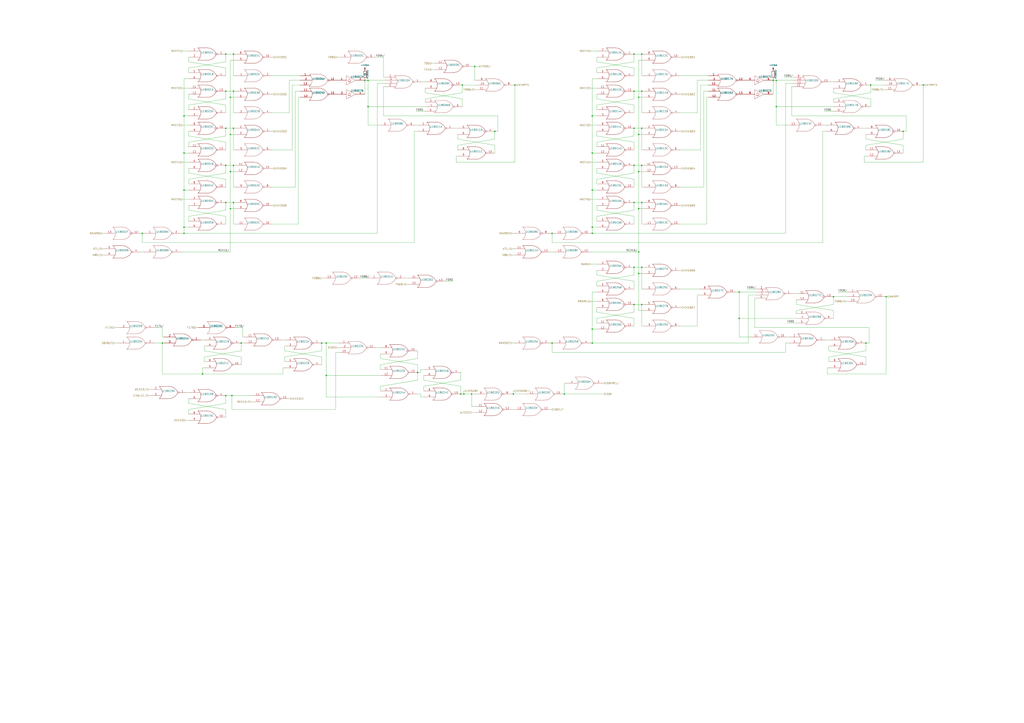
<source format=kicad_sch>
(kicad_sch (version 20211123) (generator eeschema)
  (paper "A1")
  (junction (at 758.19 69.85))
  (junction (at 527.05 74.93))
  (junction (at 116.84 191.77))
  (junction (at 520.7 74.93))
  (junction (at 527.05 250.19))
  (junction (at 486.41 156.21))
  (junction (at 607.06 240.03))
  (junction (at 299.72 66.04))
  (junction (at 524.51 140.97))
  (junction (at 453.39 191.77))
  (junction (at 389.89 54.61))
  (junction (at 151.13 191.77))
  (junction (at 133.35 281.94))
  (junction (at 189.23 80.01))
  (junction (at 486.41 125.73))
  (junction (at 527.05 166.37))
  (junction (at 264.16 281.94))
  (junction (at 381 323.85))
  (junction (at 520.7 250.19))
  (junction (at 524.51 224.79))
  (junction (at 527.05 219.71))
  (junction (at 486.41 281.94))
  (junction (at 635 66.04))
  (junction (at 486.41 95.25))
  (junction (at 387.35 323.85))
  (junction (at 191.77 135.89))
  (junction (at 524.51 171.45))
  (junction (at 342.9 306.07))
  (junction (at 191.77 44.45))
  (junction (at 185.42 74.93))
  (junction (at 637.54 87.63))
  (junction (at 185.42 325.12))
  (junction (at 520.7 166.37))
  (junction (at 151.13 156.21))
  (junction (at 267.97 308.61))
  (junction (at 302.26 66.04))
  (junction (at 463.55 323.85))
  (junction (at 191.77 105.41))
  (junction (at 727.71 243.84))
  (junction (at 185.42 166.37))
  (junction (at 191.77 166.37))
  (junction (at 189.23 110.49))
  (junction (at 379.73 69.85))
  (junction (at 189.23 140.97))
  (junction (at 422.91 69.85))
  (junction (at 406.4 107.95))
  (junction (at 684.53 243.84))
  (junction (at 527.05 105.41))
  (junction (at 520.7 44.45))
  (junction (at 189.23 171.45))
  (junction (at 524.51 80.01))
  (junction (at 190.5 325.12))
  (junction (at 637.54 66.04))
  (junction (at 421.64 323.85))
  (junction (at 166.37 307.34))
  (junction (at 711.2 281.94))
  (junction (at 185.42 105.41))
  (junction (at 151.13 186.69))
  (junction (at 527.05 135.89))
  (junction (at 486.41 270.51))
  (junction (at 378.46 323.85))
  (junction (at 607.06 261.62))
  (junction (at 524.51 207.01))
  (junction (at 185.42 135.89))
  (junction (at 302.26 87.63))
  (junction (at 486.41 186.69))
  (junction (at 185.42 44.45))
  (junction (at 741.68 107.95))
  (junction (at 527.05 44.45))
  (junction (at 486.41 191.77))
  (junction (at 524.51 110.49))
  (junction (at 151.13 95.25))
  (junction (at 520.7 219.71))
  (junction (at 453.39 281.94))
  (junction (at 198.12 281.94))
  (junction (at 151.13 125.73))
  (junction (at 191.77 74.93))
  (junction (at 715.01 69.85))
  (junction (at 520.7 135.89))
  (junction (at 267.97 281.94))
  (junction (at 520.7 105.41))
  (wire (pts (xy 490.22 50.8) (xy 490.22 46.99)))
  (wire (pts (xy 453.39 336.55) (xy 452.12 336.55)))
  (wire (pts (xy 166.37 307.34) (xy 232.41 307.34)))
  (wire (pts (xy 462.28 323.85) (xy 463.55 323.85)))
  (wire (pts (xy 314.96 63.5) (xy 314.96 46.99)))
  (wire (pts (xy 520.7 44.45) (xy 520.7 50.8)))
  (wire (pts (xy 420.37 209.55) (xy 421.64 209.55)))
  (wire (pts (xy 191.77 105.41) (xy 191.77 123.19)))
  (wire (pts (xy 572.77 92.71) (xy 572.77 66.04)))
  (wire (pts (xy 560.07 252.73) (xy 558.8 252.73)))
  (wire (pts (xy 199.39 269.24) (xy 199.39 276.86)))
  (wire (pts (xy 486.41 191.77) (xy 645.16 191.77)))
  (wire (pts (xy 485.14 41.91) (xy 490.22 41.91)))
  (wire (pts (xy 191.77 92.71) (xy 193.04 92.71)))
  (wire (pts (xy 149.86 41.91) (xy 154.94 41.91)))
  (wire (pts (xy 154.94 336.55) (xy 154.94 340.36)))
  (wire (pts (xy 223.52 153.67) (xy 242.57 153.67)))
  (wire (pts (xy 223.52 62.23) (xy 246.38 62.23)))
  (wire (pts (xy 354.33 57.15) (xy 356.87 57.15)))
  (wire (pts (xy 486.41 156.21) (xy 490.22 156.21)))
  (wire (pts (xy 604.52 240.03) (xy 607.06 240.03)))
  (wire (pts (xy 490.22 116.84) (xy 490.22 120.65)))
  (wire (pts (xy 524.51 140.97) (xy 528.32 140.97)))
  (wire (pts (xy 154.94 177.8) (xy 154.94 181.61)))
  (wire (pts (xy 485.14 72.39) (xy 490.22 72.39)))
  (wire (pts (xy 264.16 288.29) (xy 264.16 281.94)))
  (wire (pts (xy 378.46 312.42) (xy 378.46 306.07)))
  (wire (pts (xy 185.42 105.41) (xy 191.77 105.41)))
  (wire (pts (xy 347.98 317.5) (xy 347.98 321.31)))
  (wire (pts (xy 406.4 107.95) (xy 408.94 107.95)))
  (wire (pts (xy 420.37 204.47) (xy 421.64 204.47)))
  (wire (pts (xy 133.35 269.24) (xy 133.35 276.86)))
  (wire (pts (xy 614.68 281.94) (xy 614.68 242.57)))
  (wire (pts (xy 148.59 191.77) (xy 151.13 191.77)))
  (wire (pts (xy 452.12 207.01) (xy 454.66 207.01)))
  (wire (pts (xy 185.42 331.47) (xy 154.94 336.55)))
  (wire (pts (xy 151.13 186.69) (xy 154.94 186.69)))
  (wire (pts (xy 151.13 95.25) (xy 154.94 95.25)))
  (wire (pts (xy 560.07 107.95) (xy 558.8 107.95)))
  (wire (pts (xy 635 66.04) (xy 635 77.47)))
  (wire (pts (xy 524.51 207.01) (xy 485.14 207.01)))
  (wire (pts (xy 486.41 186.69) (xy 486.41 191.77)))
  (wire (pts (xy 520.7 267.97) (xy 520.7 261.62)))
  (wire (pts (xy 486.41 64.77) (xy 486.41 95.25)))
  (wire (pts (xy 408.94 107.95) (xy 408.94 95.25)))
  (wire (pts (xy 675.64 199.39) (xy 675.64 107.95)))
  (wire (pts (xy 185.42 336.55) (xy 154.94 331.47)))
  (wire (pts (xy 267.97 281.94) (xy 278.13 281.94)))
  (wire (pts (xy 154.94 345.44) (xy 152.4 345.44)))
  (wire (pts (xy 485.14 133.35) (xy 490.22 133.35)))
  (wire (pts (xy 167.64 293.37) (xy 167.64 297.18)))
  (wire (pts (xy 191.77 153.67) (xy 193.04 153.67)))
  (wire (pts (xy 577.85 74.93) (xy 581.66 74.93)))
  (wire (pts (xy 619.76 269.24) (xy 619.76 245.11)))
  (wire (pts (xy 381 323.85) (xy 381 321.31)))
  (wire (pts (xy 520.7 231.14) (xy 490.22 226.06)))
  (wire (pts (xy 190.5 336.55) (xy 275.59 336.55)))
  (wire (pts (xy 387.35 323.85) (xy 387.35 334.01)))
  (wire (pts (xy 711.2 281.94) (xy 711.2 288.29)))
  (wire (pts (xy 560.07 222.25) (xy 558.8 222.25)))
  (wire (pts (xy 378.46 317.5) (xy 347.98 312.42)))
  (wire (pts (xy 185.42 81.28) (xy 154.94 86.36)))
  (wire (pts (xy 185.42 177.8) (xy 154.94 172.72)))
  (wire (pts (xy 189.23 207.01) (xy 148.59 207.01)))
  (wire (pts (xy 527.05 62.23) (xy 528.32 62.23)))
  (wire (pts (xy 684.53 243.84) (xy 684.53 250.19)))
  (wire (pts (xy 191.77 74.93) (xy 193.04 74.93)))
  (wire (pts (xy 715.01 81.28) (xy 715.01 87.63)))
  (wire (pts (xy 349.25 72.39) (xy 349.25 76.2)))
  (wire (pts (xy 374.65 133.35) (xy 374.65 128.27)))
  (wire (pts (xy 490.22 240.03) (xy 486.41 240.03)))
  (wire (pts (xy 646.43 276.86) (xy 647.7 276.86)))
  (wire (pts (xy 312.42 299.72) (xy 312.42 303.53)))
  (wire (pts (xy 520.7 81.28) (xy 490.22 86.36)))
  (wire (pts (xy 619.76 245.11) (xy 621.03 245.11)))
  (wire (pts (xy 524.51 140.97) (xy 524.51 171.45)))
  (wire (pts (xy 189.23 171.45) (xy 189.23 207.01)))
  (wire (pts (xy 684.53 255.27) (xy 684.53 261.62)))
  (wire (pts (xy 718.82 66.04) (xy 726.44 66.04)))
  (wire (pts (xy 711.2 293.37) (xy 680.72 288.29)))
  (wire (pts (xy 224.79 168.91) (xy 223.52 168.91)))
  (wire (pts (xy 379.73 69.85) (xy 379.73 76.2)))
  (wire (pts (xy 316.23 63.5) (xy 314.96 63.5)))
  (wire (pts (xy 679.45 302.26) (xy 680.72 302.26)))
  (wire (pts (xy 167.64 288.29) (xy 167.64 284.48)))
  (wire (pts (xy 607.06 261.62) (xy 607.06 276.86)))
  (wire (pts (xy 149.86 72.39) (xy 154.94 72.39)))
  (wire (pts (xy 645.16 289.56) (xy 645.16 281.94)))
  (wire (pts (xy 302.26 87.63) (xy 349.25 87.63)))
  (wire (pts (xy 684.53 67.31) (xy 681.99 67.31)))
  (wire (pts (xy 577.85 153.67) (xy 577.85 74.93)))
  (wire (pts (xy 520.7 105.41) (xy 520.7 111.76)))
  (wire (pts (xy 191.77 74.93) (xy 191.77 92.71)))
  (wire (pts (xy 650.24 95.25) (xy 650.24 71.12)))
  (wire (pts (xy 524.51 110.49) (xy 524.51 140.97)))
  (wire (pts (xy 727.71 307.34) (xy 679.45 307.34)))
  (wire (pts (xy 185.42 74.93) (xy 191.77 74.93)))
  (wire (pts (xy 421.64 69.85) (xy 422.91 69.85)))
  (wire (pts (xy 189.23 140.97) (xy 193.04 140.97)))
  (wire (pts (xy 115.57 191.77) (xy 116.84 191.77)))
  (wire (pts (xy 453.39 191.77) (xy 453.39 199.39)))
  (wire (pts (xy 349.25 67.31) (xy 346.71 67.31)))
  (wire (pts (xy 524.51 49.53) (xy 524.51 80.01)))
  (wire (pts (xy 485.14 102.87) (xy 490.22 102.87)))
  (wire (pts (xy 185.42 44.45) (xy 185.42 50.8)))
  (wire (pts (xy 379.73 81.28) (xy 379.73 87.63)))
  (wire (pts (xy 240.03 69.85) (xy 246.38 69.85)))
  (wire (pts (xy 342.9 306.07) (xy 342.9 312.42)))
  (wire (pts (xy 520.7 250.19) (xy 520.7 256.54)))
  (wire (pts (xy 133.35 281.94) (xy 134.62 281.94)))
  (wire (pts (xy 463.55 323.85) (xy 496.57 323.85)))
  (wire (pts (xy 575.31 69.85) (xy 581.66 69.85)))
  (wire (pts (xy 558.8 92.71) (xy 572.77 92.71)))
  (wire (pts (xy 580.39 80.01) (xy 581.66 80.01)))
  (wire (pts (xy 278.13 46.99) (xy 276.86 46.99)))
  (wire (pts (xy 153.67 322.58) (xy 154.94 322.58)))
  (wire (pts (xy 191.77 135.89) (xy 193.04 135.89)))
  (wire (pts (xy 741.68 107.95) (xy 744.22 107.95)))
  (wire (pts (xy 275.59 336.55) (xy 275.59 289.56)))
  (wire (pts (xy 151.13 186.69) (xy 151.13 191.77)))
  (wire (pts (xy 520.7 177.8) (xy 490.22 172.72)))
  (wire (pts (xy 387.35 54.61) (xy 389.89 54.61)))
  (wire (pts (xy 406.4 107.95) (xy 406.4 114.3)))
  (wire (pts (xy 713.74 281.94) (xy 713.74 269.24)))
  (wire (pts (xy 453.39 199.39) (xy 675.64 199.39)))
  (wire (pts (xy 527.05 105.41) (xy 527.05 123.19)))
  (wire (pts (xy 713.74 269.24) (xy 619.76 269.24)))
  (wire (pts (xy 520.7 92.71) (xy 520.7 86.36)))
  (wire (pts (xy 520.7 166.37) (xy 520.7 172.72)))
  (wire (pts (xy 309.88 191.77) (xy 309.88 68.58)))
  (wire (pts (xy 495.3 314.96) (xy 496.57 314.96)))
  (wire (pts (xy 354.33 52.07) (xy 356.87 52.07)))
  (wire (pts (xy 198.12 299.72) (xy 198.12 293.37)))
  (wire (pts (xy 189.23 171.45) (xy 193.04 171.45)))
  (wire (pts (xy 527.05 219.71) (xy 527.05 237.49)))
  (wire (pts (xy 231.14 279.4) (xy 233.68 279.4)))
  (wire (pts (xy 191.77 62.23) (xy 193.04 62.23)))
  (wire (pts (xy 527.05 123.19) (xy 528.32 123.19)))
  (wire (pts (xy 527.05 105.41) (xy 528.32 105.41)))
  (wire (pts (xy 490.22 256.54) (xy 490.22 252.73)))
  (wire (pts (xy 453.39 191.77) (xy 454.66 191.77)))
  (wire (pts (xy 154.94 116.84) (xy 154.94 120.65)))
  (wire (pts (xy 520.7 116.84) (xy 490.22 111.76)))
  (wire (pts (xy 645.16 68.58) (xy 651.51 68.58)))
  (wire (pts (xy 199.39 276.86) (xy 200.66 276.86)))
  (wire (pts (xy 185.42 166.37) (xy 185.42 172.72)))
  (wire (pts (xy 485.14 247.65) (xy 490.22 247.65)))
  (wire (pts (xy 741.68 125.73) (xy 741.68 119.38)))
  (wire (pts (xy 345.44 323.85) (xy 345.44 326.39)))
  (wire (pts (xy 189.23 80.01) (xy 193.04 80.01)))
  (wire (pts (xy 490.22 86.36) (xy 490.22 90.17)))
  (wire (pts (xy 607.06 261.62) (xy 654.05 261.62)))
  (wire (pts (xy 224.79 77.47) (xy 223.52 77.47)))
  (wire (pts (xy 223.52 184.15) (xy 245.11 184.15)))
  (wire (pts (xy 684.53 250.19) (xy 654.05 255.27)))
  (wire (pts (xy 527.05 135.89) (xy 528.32 135.89)))
  (wire (pts (xy 191.77 44.45) (xy 191.77 62.23)))
  (wire (pts (xy 374.65 128.27) (xy 375.92 128.27)))
  (wire (pts (xy 520.7 105.41) (xy 527.05 105.41)))
  (wire (pts (xy 527.05 250.19) (xy 528.32 250.19)))
  (wire (pts (xy 715.01 69.85) (xy 715.01 76.2)))
  (wire (pts (xy 575.31 123.19) (xy 575.31 69.85)))
  (wire (pts (xy 166.37 307.34) (xy 166.37 302.26)))
  (wire (pts (xy 264.16 288.29) (xy 233.68 293.37)))
  (wire (pts (xy 189.23 110.49) (xy 193.04 110.49)))
  (wire (pts (xy 185.42 172.72) (xy 154.94 177.8)))
  (wire (pts (xy 485.14 191.77) (xy 486.41 191.77)))
  (wire (pts (xy 486.41 186.69) (xy 490.22 186.69)))
  (wire (pts (xy 185.42 92.71) (xy 185.42 86.36)))
  (wire (pts (xy 572.77 267.97) (xy 572.77 242.57)))
  (wire (pts (xy 302.26 102.87) (xy 311.15 102.87)))
  (wire (pts (xy 340.36 199.39) (xy 340.36 107.95)))
  (wire (pts (xy 345.44 326.39) (xy 347.98 326.39)))
  (wire (pts (xy 421.64 321.31) (xy 422.91 321.31)))
  (wire (pts (xy 165.1 279.4) (xy 167.64 279.4)))
  (wire (pts (xy 520.7 74.93) (xy 520.7 81.28)))
  (wire (pts (xy 709.93 133.35) (xy 709.93 128.27)))
  (wire (pts (xy 527.05 184.15) (xy 528.32 184.15)))
  (wire (pts (xy 527.05 166.37) (xy 527.05 184.15)))
  (wire (pts (xy 406.4 125.73) (xy 406.4 119.38)))
  (wire (pts (xy 637.54 102.87) (xy 646.43 102.87)))
  (wire (pts (xy 308.61 285.75) (xy 312.42 285.75)))
  (wire (pts (xy 342.9 312.42) (xy 312.42 317.5)))
  (wire (pts (xy 391.16 69.85) (xy 379.73 69.85)))
  (wire (pts (xy 524.51 255.27) (xy 528.32 255.27)))
  (wire (pts (xy 223.52 92.71) (xy 237.49 92.71)))
  (wire (pts (xy 314.96 46.99) (xy 308.61 46.99)))
  (wire (pts (xy 520.7 55.88) (xy 490.22 50.8)))
  (wire (pts (xy 490.22 111.76) (xy 490.22 107.95)))
  (wire (pts (xy 422.91 133.35) (xy 374.65 133.35)))
  (wire (pts (xy 695.96 243.84) (xy 684.53 243.84)))
  (wire (pts (xy 379.73 76.2) (xy 349.25 81.28)))
  (wire (pts (xy 524.51 171.45) (xy 524.51 207.01)))
  (wire (pts (xy 637.54 87.63) (xy 637.54 102.87)))
  (wire (pts (xy 185.42 325.12) (xy 185.42 331.47)))
  (wire (pts (xy 185.42 135.89) (xy 185.42 142.24)))
  (wire (pts (xy 452.12 281.94) (xy 453.39 281.94)))
  (wire (pts (xy 527.05 250.19) (xy 527.05 267.97)))
  (wire (pts (xy 527.05 44.45) (xy 527.05 62.23)))
  (wire (pts (xy 520.7 172.72) (xy 490.22 177.8)))
  (wire (pts (xy 572.77 242.57) (xy 574.04 242.57)))
  (wire (pts (xy 154.94 55.88) (xy 154.94 59.69)))
  (wire (pts (xy 520.7 237.49) (xy 520.7 231.14)))
  (wire (pts (xy 116.84 191.77) (xy 118.11 191.77)))
  (wire (pts (xy 520.7 219.71) (xy 520.7 226.06)))
  (wire (pts (xy 486.41 240.03) (xy 486.41 270.51)))
  (wire (pts (xy 558.8 123.19) (xy 575.31 123.19)))
  (wire (pts (xy 154.94 86.36) (xy 154.94 90.17)))
  (wire (pts (xy 185.42 166.37) (xy 191.77 166.37)))
  (wire (pts (xy 133.35 276.86) (xy 134.62 276.86)))
  (wire (pts (xy 560.07 168.91) (xy 558.8 168.91)))
  (wire (pts (xy 756.92 69.85) (xy 758.19 69.85)))
  (wire (pts (xy 185.42 44.45) (xy 191.77 44.45)))
  (wire (pts (xy 614.68 242.57) (xy 621.03 242.57)))
  (wire (pts (xy 198.12 293.37) (xy 167.64 288.29)))
  (wire (pts (xy 520.7 261.62) (xy 490.22 256.54)))
  (wire (pts (xy 295.91 228.6) (xy 302.26 228.6)))
  (wire (pts (xy 83.82 204.47) (xy 85.09 204.47)))
  (wire (pts (xy 381 323.85) (xy 387.35 323.85)))
  (wire (pts (xy 83.82 191.77) (xy 85.09 191.77)))
  (wire (pts (xy 709.93 128.27) (xy 711.2 128.27)))
  (wire (pts (xy 185.42 342.9) (xy 185.42 336.55)))
  (wire (pts (xy 715.01 76.2) (xy 684.53 81.28)))
  (wire (pts (xy 127 269.24) (xy 133.35 269.24)))
  (wire (pts (xy 133.35 281.94) (xy 133.35 307.34)))
  (wire (pts (xy 375.92 114.3) (xy 375.92 110.49)))
  (wire (pts (xy 558.8 153.67) (xy 577.85 153.67)))
  (wire (pts (xy 189.23 49.53) (xy 189.23 80.01)))
  (wire (pts (xy 387.35 339.09) (xy 389.89 339.09)))
  (wire (pts (xy 185.42 184.15) (xy 185.42 177.8)))
  (wire (pts (xy 389.89 54.61) (xy 389.89 66.04)))
  (wire (pts (xy 185.42 116.84) (xy 154.94 111.76)))
  (wire (pts (xy 527.05 219.71) (xy 528.32 219.71)))
  (wire (pts (xy 381 321.31) (xy 382.27 321.31)))
  (wire (pts (xy 527.05 74.93) (xy 528.32 74.93)))
  (wire (pts (xy 741.68 107.95) (xy 741.68 114.3)))
  (wire (pts (xy 267.97 308.61) (xy 312.42 308.61)))
  (wire (pts (xy 621.03 237.49) (xy 613.41 237.49)))
  (wire (pts (xy 378.46 317.5) (xy 378.46 323.85)))
  (wire (pts (xy 191.77 135.89) (xy 191.77 153.67)))
  (wire (pts (xy 650.24 71.12) (xy 651.51 71.12)))
  (wire (pts (xy 335.28 228.6) (xy 332.74 228.6)))
  (wire (pts (xy 560.07 46.99) (xy 558.8 46.99)))
  (wire (pts (xy 645.16 281.94) (xy 647.7 281.94)))
  (wire (pts (xy 635 64.77) (xy 635 66.04)))
  (wire (pts (xy 485.14 217.17) (xy 490.22 217.17)))
  (wire (pts (xy 375.92 119.38) (xy 375.92 123.19)))
  (wire (pts (xy 185.42 55.88) (xy 154.94 50.8)))
  (wire (pts (xy 520.7 62.23) (xy 520.7 55.88)))
  (wire (pts (xy 486.41 125.73) (xy 490.22 125.73)))
  (wire (pts (xy 302.26 66.04) (xy 302.26 87.63)))
  (wire (pts (xy 741.68 114.3) (xy 711.2 119.38)))
  (wire (pts (xy 744.22 95.25) (xy 650.24 95.25)))
  (wire (pts (xy 741.68 119.38) (xy 711.2 114.3)))
  (wire (pts (xy 232.41 302.26) (xy 233.68 302.26)))
  (wire (pts (xy 637.54 66.04) (xy 637.54 87.63)))
  (wire (pts (xy 527.05 267.97) (xy 528.32 267.97)))
  (wire (pts (xy 490.22 231.14) (xy 490.22 234.95)))
  (wire (pts (xy 149.86 163.83) (xy 154.94 163.83)))
  (wire (pts (xy 127 281.94) (xy 133.35 281.94)))
  (wire (pts (xy 694.69 247.65) (xy 695.96 247.65)))
  (wire (pts (xy 149.86 102.87) (xy 154.94 102.87)))
  (wire (pts (xy 527.05 92.71) (xy 528.32 92.71)))
  (wire (pts (xy 389.89 73.66) (xy 391.16 73.66)))
  (wire (pts (xy 520.7 147.32) (xy 490.22 142.24)))
  (wire (pts (xy 387.35 334.01) (xy 389.89 334.01)))
  (wire (pts (xy 758.19 133.35) (xy 709.93 133.35)))
  (wire (pts (xy 654.05 265.43) (xy 646.43 265.43)))
  (wire (pts (xy 93.98 269.24) (xy 96.52 269.24)))
  (wire (pts (xy 421.64 323.85) (xy 421.64 321.31)))
  (wire (pts (xy 651.51 63.5) (xy 643.89 63.5)))
  (wire (pts (xy 406.4 114.3) (xy 375.92 119.38)))
  (wire (pts (xy 191.77 166.37) (xy 193.04 166.37)))
  (wire (pts (xy 520.7 142.24) (xy 490.22 147.32)))
  (wire (pts (xy 185.42 111.76) (xy 154.94 116.84)))
  (wire (pts (xy 349.25 76.2) (xy 379.73 81.28)))
  (wire (pts (xy 520.7 44.45) (xy 527.05 44.45)))
  (wire (pts (xy 654.05 241.3) (xy 651.51 241.3)))
  (wire (pts (xy 635 66.04) (xy 637.54 66.04)))
  (wire (pts (xy 486.41 95.25) (xy 490.22 95.25)))
  (wire (pts (xy 133.35 307.34) (xy 166.37 307.34)))
  (wire (pts (xy 421.64 336.55) (xy 420.37 336.55)))
  (wire (pts (xy 744.22 107.95) (xy 744.22 95.25)))
  (wire (pts (xy 421.64 323.85) (xy 431.8 323.85)))
  (wire (pts (xy 185.42 50.8) (xy 154.94 55.88)))
  (wire (pts (xy 116.84 199.39) (xy 340.36 199.39)))
  (wire (pts (xy 711.2 288.29) (xy 680.72 293.37)))
  (wire (pts (xy 490.22 177.8) (xy 490.22 181.61)))
  (wire (pts (xy 342.9 323.85) (xy 345.44 323.85)))
  (wire (pts (xy 312.42 294.64) (xy 312.42 290.83)))
  (wire (pts (xy 340.36 107.95) (xy 342.9 107.95)))
  (wire (pts (xy 161.29 269.24) (xy 162.56 269.24)))
  (wire (pts (xy 237.49 92.71) (xy 237.49 66.04)))
  (wire (pts (xy 520.7 135.89) (xy 520.7 142.24)))
  (wire (pts (xy 264.16 293.37) (xy 233.68 288.29)))
  (wire (pts (xy 191.77 166.37) (xy 191.77 184.15)))
  (wire (pts (xy 607.06 240.03) (xy 607.06 261.62)))
  (wire (pts (xy 637.54 87.63) (xy 684.53 87.63)))
  (wire (pts (xy 349.25 91.44) (xy 341.63 91.44)))
  (wire (pts (xy 453.39 289.56) (xy 645.16 289.56)))
  (wire (pts (xy 154.94 81.28) (xy 154.94 77.47)))
  (wire (pts (xy 185.42 135.89) (xy 191.77 135.89)))
  (wire (pts (xy 727.71 243.84) (xy 728.98 243.84)))
  (wire (pts (xy 558.8 267.97) (xy 572.77 267.97)))
  (wire (pts (xy 520.7 226.06) (xy 490.22 231.14)))
  (wire (pts (xy 486.41 125.73) (xy 486.41 156.21)))
  (wire (pts (xy 224.79 107.95) (xy 223.52 107.95)))
  (wire (pts (xy 154.94 147.32) (xy 154.94 151.13)))
  (wire (pts (xy 115.57 207.01) (xy 118.11 207.01)))
  (wire (pts (xy 524.51 224.79) (xy 524.51 255.27)))
  (wire (pts (xy 408.94 95.25) (xy 314.96 95.25)))
  (wire (pts (xy 708.66 105.41) (xy 711.2 105.41)))
  (wire (pts (xy 299.72 64.77) (xy 299.72 66.04)))
  (wire (pts (xy 205.74 330.2) (xy 207.01 330.2)))
  (wire (pts (xy 524.51 80.01) (xy 524.51 110.49)))
  (wire (pts (xy 520.7 86.36) (xy 490.22 81.28)))
  (wire (pts (xy 299.72 66.04) (xy 299.72 77.47)))
  (wire (pts (xy 154.94 64.77) (xy 151.13 64.77)))
  (wire (pts (xy 198.12 281.94) (xy 198.12 288.29)))
  (wire (pts (xy 267.97 326.39) (xy 312.42 326.39)))
  (wire (pts (xy 314.96 95.25) (xy 314.96 71.12)))
  (wire (pts (xy 520.7 135.89) (xy 527.05 135.89)))
  (wire (pts (xy 190.5 325.12) (xy 207.01 325.12)))
  (wire (pts (xy 116.84 191.77) (xy 116.84 199.39)))
  (wire (pts (xy 267.97 308.61) (xy 267.97 326.39)))
  (wire (pts (xy 527.05 166.37) (xy 528.32 166.37)))
  (wire (pts (xy 232.41 307.34) (xy 232.41 302.26)))
  (wire (pts (xy 580.39 184.15) (xy 580.39 80.01)))
  (wire (pts (xy 83.82 209.55) (xy 85.09 209.55)))
  (wire (pts (xy 422.91 69.85) (xy 422.91 133.35)))
  (wire (pts (xy 520.7 256.54) (xy 490.22 261.62)))
  (wire (pts (xy 684.53 81.28) (xy 684.53 83.82)))
  (wire (pts (xy 490.22 172.72) (xy 490.22 168.91)))
  (wire (pts (xy 490.22 81.28) (xy 490.22 77.47)))
  (wire (pts (xy 185.42 123.19) (xy 185.42 116.84)))
  (wire (pts (xy 240.03 123.19) (xy 240.03 69.85)))
  (wire (pts (xy 198.12 281.94) (xy 200.66 281.94)))
  (wire (pts (xy 572.77 66.04) (xy 581.66 66.04)))
  (wire (pts (xy 242.57 74.93) (xy 246.38 74.93)))
  (wire (pts (xy 420.37 191.77) (xy 421.64 191.77)))
  (wire (pts (xy 189.23 140.97) (xy 189.23 171.45)))
  (wire (pts (xy 711.2 119.38) (xy 711.2 123.19)))
  (wire (pts (xy 193.04 269.24) (xy 199.39 269.24)))
  (wire (pts (xy 347.98 312.42) (xy 347.98 308.61)))
  (wire (pts (xy 711.2 281.94) (xy 713.74 281.94)))
  (wire (pts (xy 486.41 95.25) (xy 486.41 125.73)))
  (wire (pts (xy 528.32 49.53) (xy 524.51 49.53)))
  (wire (pts (xy 121.92 320.04) (xy 123.19 320.04)))
  (wire (pts (xy 520.7 50.8) (xy 490.22 55.88)))
  (wire (pts (xy 154.94 142.24) (xy 154.94 138.43)))
  (wire (pts (xy 520.7 111.76) (xy 490.22 116.84)))
  (wire (pts (xy 378.46 323.85) (xy 381 323.85)))
  (wire (pts (xy 684.53 76.2) (xy 715.01 81.28)))
  (wire (pts (xy 711.2 114.3) (xy 711.2 110.49)))
  (wire (pts (xy 93.98 281.94) (xy 96.52 281.94)))
  (wire (pts (xy 679.45 307.34) (xy 679.45 302.26)))
  (wire (pts (xy 520.7 74.93) (xy 527.05 74.93)))
  (wire (pts (xy 378.46 312.42) (xy 347.98 317.5)))
  (wire (pts (xy 185.42 105.41) (xy 185.42 111.76)))
  (wire (pts (xy 151.13 95.25) (xy 151.13 125.73)))
  (wire (pts (xy 645.16 191.77) (xy 645.16 68.58)))
  (wire (pts (xy 524.51 110.49) (xy 528.32 110.49)))
  (wire (pts (xy 527.05 153.67) (xy 528.32 153.67)))
  (wire (pts (xy 453.39 281.94) (xy 453.39 289.56)))
  (wire (pts (xy 464.82 314.96) (xy 463.55 314.96)))
  (wire (pts (xy 335.28 233.68) (xy 334.01 233.68)))
  (wire (pts (xy 490.22 64.77) (xy 486.41 64.77)))
  (wire (pts (xy 166.37 302.26) (xy 167.64 302.26)))
  (wire (pts (xy 485.14 163.83) (xy 490.22 163.83)))
  (wire (pts (xy 527.05 135.89) (xy 527.05 153.67)))
  (wire (pts (xy 406.4 119.38) (xy 375.92 114.3)))
  (wire (pts (xy 520.7 219.71) (xy 527.05 219.71)))
  (wire (pts (xy 233.68 293.37) (xy 233.68 297.18)))
  (wire (pts (xy 149.86 133.35) (xy 154.94 133.35)))
  (wire (pts (xy 154.94 172.72) (xy 154.94 168.91)))
  (wire (pts (xy 278.13 285.75) (xy 276.86 285.75)))
  (wire (pts (xy 527.05 237.49) (xy 528.32 237.49)))
  (wire (pts (xy 151.13 156.21) (xy 151.13 186.69)))
  (wire (pts (xy 302.26 87.63) (xy 302.26 102.87)))
  (wire (pts (xy 342.9 294.64) (xy 342.9 288.29)))
  (wire (pts (xy 527.05 44.45) (xy 528.32 44.45)))
  (wire (pts (xy 637.54 66.04) (xy 651.51 66.04)))
  (wire (pts (xy 151.13 125.73) (xy 154.94 125.73)))
  (wire (pts (xy 520.7 184.15) (xy 520.7 177.8)))
  (wire (pts (xy 342.9 299.72) (xy 342.9 306.07)))
  (wire (pts (xy 185.42 62.23) (xy 185.42 55.88)))
  (wire (pts (xy 245.11 184.15) (xy 245.11 80.01)))
  (wire (pts (xy 452.12 191.77) (xy 453.39 191.77)))
  (wire (pts (xy 373.38 105.41) (xy 375.92 105.41)))
  (wire (pts (xy 490.22 226.06) (xy 490.22 222.25)))
  (wire (pts (xy 342.9 306.07) (xy 345.44 306.07)))
  (wire (pts (xy 198.12 288.29) (xy 167.64 293.37)))
  (wire (pts (xy 349.25 81.28) (xy 349.25 83.82)))
  (wire (pts (xy 185.42 142.24) (xy 154.94 147.32)))
  (wire (pts (xy 727.71 243.84) (xy 727.71 307.34)))
  (wire (pts (xy 121.92 325.12) (xy 123.19 325.12)))
  (wire (pts (xy 524.51 171.45) (xy 528.32 171.45)))
  (wire (pts (xy 422.91 69.85) (xy 424.18 69.85)))
  (wire (pts (xy 224.79 46.99) (xy 223.52 46.99)))
  (wire (pts (xy 524.51 207.01) (xy 524.51 224.79)))
  (wire (pts (xy 191.77 184.15) (xy 193.04 184.15)))
  (wire (pts (xy 189.23 110.49) (xy 189.23 140.97)))
  (wire (pts (xy 185.42 325.12) (xy 190.5 325.12)))
  (wire (pts (xy 453.39 281.94) (xy 454.66 281.94)))
  (wire (pts (xy 193.04 49.53) (xy 189.23 49.53)))
  (wire (pts (xy 654.05 246.38) (xy 654.05 250.19)))
  (wire (pts (xy 680.72 288.29) (xy 680.72 284.48)))
  (wire (pts (xy 185.42 153.67) (xy 185.42 147.32)))
  (wire (pts (xy 607.06 240.03) (xy 621.03 240.03)))
  (wire (pts (xy 486.41 281.94) (xy 614.68 281.94)))
  (wire (pts (xy 191.77 123.19) (xy 193.04 123.19)))
  (wire (pts (xy 151.13 125.73) (xy 151.13 156.21)))
  (wire (pts (xy 726.44 243.84) (xy 727.71 243.84)))
  (wire (pts (xy 420.37 323.85) (xy 421.64 323.85)))
  (wire (pts (xy 341.63 102.87) (xy 342.9 102.87)))
  (wire (pts (xy 237.49 66.04) (xy 246.38 66.04)))
  (wire (pts (xy 560.07 77.47) (xy 558.8 77.47)))
  (wire (pts (xy 302.26 66.04) (xy 316.23 66.04)))
  (wire (pts (xy 524.51 224.79) (xy 528.32 224.79)))
  (wire (pts (xy 245.11 80.01) (xy 246.38 80.01)))
  (wire (pts (xy 389.89 66.04) (xy 391.16 66.04)))
  (wire (pts (xy 676.91 102.87) (xy 678.18 102.87)))
  (wire (pts (xy 654.05 255.27) (xy 654.05 257.81)))
  (wire (pts (xy 342.9 299.72) (xy 312.42 294.64)))
  (wire (pts (xy 185.42 74.93) (xy 185.42 81.28)))
  (wire (pts (xy 312.42 317.5) (xy 312.42 321.31)))
  (wire (pts (xy 420.37 281.94) (xy 421.64 281.94)))
  (wire (pts (xy 524.51 80.01) (xy 528.32 80.01)))
  (wire (pts (xy 725.17 73.66) (xy 726.44 73.66)))
  (wire (pts (xy 185.42 147.32) (xy 154.94 142.24)))
  (wire (pts (xy 191.77 44.45) (xy 193.04 44.45)))
  (wire (pts (xy 558.8 237.49) (xy 574.04 237.49)))
  (wire (pts (xy 490.22 142.24) (xy 490.22 138.43)))
  (wire (pts (xy 345.44 306.07) (xy 345.44 303.53)))
  (wire (pts (xy 758.19 69.85) (xy 758.19 133.35)))
  (wire (pts (xy 342.9 294.64) (xy 312.42 299.72)))
  (wire (pts (xy 680.72 293.37) (xy 680.72 297.18)))
  (wire (pts (xy 224.79 138.43) (xy 223.52 138.43)))
  (wire (pts (xy 154.94 50.8) (xy 154.94 46.99)))
  (wire (pts (xy 675.64 107.95) (xy 678.18 107.95)))
  (wire (pts (xy 711.2 299.72) (xy 711.2 293.37)))
  (wire (pts (xy 558.8 184.15) (xy 580.39 184.15)))
  (wire (pts (xy 151.13 156.21) (xy 154.94 156.21)))
  (wire (pts (xy 264.16 228.6) (xy 265.43 228.6)))
  (wire (pts (xy 264.16 299.72) (xy 264.16 293.37)))
  (wire (pts (xy 345.44 303.53) (xy 347.98 303.53)))
  (wire (pts (xy 558.8 62.23) (xy 581.66 62.23)))
  (wire (pts (xy 678.18 279.4) (xy 680.72 279.4)))
  (wire (pts (xy 299.72 66.04) (xy 302.26 66.04)))
  (wire (pts (xy 151.13 191.77) (xy 309.88 191.77)))
  (wire (pts (xy 520.7 153.67) (xy 520.7 147.32)))
  (wire (pts (xy 726.44 69.85) (xy 715.01 69.85)))
  (wire (pts (xy 490.22 147.32) (xy 490.22 151.13)))
  (wire (pts (xy 314.96 71.12) (xy 316.23 71.12)))
  (wire (pts (xy 151.13 64.77) (xy 151.13 95.25)))
  (wire (pts (xy 486.41 156.21) (xy 486.41 186.69)))
  (wire (pts (xy 684.53 91.44) (xy 676.91 91.44)))
  (wire (pts (xy 365.76 231.14) (xy 372.11 231.14)))
  (wire (pts (xy 309.88 68.58) (xy 316.23 68.58)))
  (wire (pts (xy 684.53 72.39) (xy 684.53 76.2)))
  (wire (pts (xy 387.35 323.85) (xy 389.89 323.85)))
  (wire (pts (xy 154.94 331.47) (xy 154.94 327.66)))
  (wire (pts (xy 233.68 288.29) (xy 233.68 284.48)))
  (wire (pts (xy 185.42 86.36) (xy 154.94 81.28)))
  (wire (pts (xy 190.5 325.12) (xy 190.5 336.55)))
  (wire (pts (xy 223.52 123.19) (xy 240.03 123.19)))
  (wire (pts (xy 463.55 314.96) (xy 463.55 323.85)))
  (wire (pts (xy 189.23 80.01) (xy 189.23 110.49)))
  (wire (pts (xy 242.57 153.67) (xy 242.57 74.93)))
  (wire (pts (xy 275.59 289.56) (xy 278.13 289.56)))
  (wire (pts (xy 267.97 281.94) (xy 267.97 308.61)))
  (wire (pts (xy 520.7 166.37) (xy 527.05 166.37)))
  (wire (pts (xy 527.05 74.93) (xy 527.05 92.71)))
  (wire (pts (xy 607.06 276.86) (xy 615.95 276.86)))
  (wire (pts (xy 688.34 240.03) (xy 695.96 240.03)))
  (wire (pts (xy 154.94 111.76) (xy 154.94 107.95)))
  (wire (pts (xy 485.14 281.94) (xy 486.41 281.94)))
  (wire (pts (xy 520.7 123.19) (xy 520.7 116.84)))
  (wire (pts (xy 486.41 270.51) (xy 490.22 270.51)))
  (wire (pts (xy 758.19 69.85) (xy 759.46 69.85)))
  (wire (pts (xy 560.07 138.43) (xy 558.8 138.43)))
  (wire (pts (xy 264.16 281.94) (xy 267.97 281.94)))
  (wire (pts (xy 486.41 270.51) (xy 486.41 281.94)))
  (wire (pts (xy 490.22 261.62) (xy 490.22 265.43)))
  (wire (pts (xy 490.22 55.88) (xy 490.22 59.69)))
  (wire (pts (xy 237.49 327.66) (xy 238.76 327.66)))
  (wire (pts (xy 520.7 250.19) (xy 527.05 250.19)))
  (wire (pts (xy 654.05 250.19) (xy 684.53 255.27)))
  (wire (pts (xy 389.89 54.61) (xy 393.7 54.61)))
  (wire (pts (xy 191.77 105.41) (xy 193.04 105.41)))
  (label "F08B/" (at 295.91 228.6 0) (effects (font (size 1.524 1.524))))
  (label "F17A/" (at 127 269.24 0) (effects (font (size 1.524 1.524))))
  (label "F17B/" (at 193.04 269.24 0) (effects (font (size 1.524 1.524))))
  (label "TPOR/" (at 688.34 240.03 0) (effects (font (size 1.524 1.524))))
  (label "F09D" (at 341.63 91.44 0) (effects (font (size 1.524 1.524))))
  (label "TPOR/" (at 718.82 66.04 0) (effects (font (size 1.524 1.524))))
  (label "F09D" (at 676.91 91.44 0) (effects (font (size 1.524 1.524))))
  (label "F09D" (at 372.11 231.14 180) (effects (font (size 1.524 1.524))))
  (label "F09A/" (at 308.61 46.99 0) (effects (font (size 1.524 1.524))))
  (label "F09A/" (at 613.41 237.49 0) (effects (font (size 1.524 1.524))))
  (label "F09A/" (at 643.89 63.5 0) (effects (font (size 1.524 1.524))))
  (label "RCH15/" (at 179.07 207.01 0) (effects (font (size 1.524 1.524))))
  (label "RCH16/" (at 514.35 207.01 0) (effects (font (size 1.524 1.524))))
  (label "F09D" (at 646.43 265.43 0) (effects (font (size 1.524 1.524))))
  (hierarchical_label "MKEY2" (shape input) (at 149.86 72.39 180) (effects (font (size 1.524 1.524))))
  (hierarchical_label "SBYBUT" (shape input) (at 93.98 281.94 180) (effects (font (size 1.524 1.524))))
  (hierarchical_label "CH1603" (shape output) (at 560.07 107.95 0) (effects (font (size 1.524 1.524))))
  (hierarchical_label "F17A" (shape input) (at 93.98 269.24 180) (effects (font (size 1.524 1.524))))
  (hierarchical_label "CH1606" (shape output) (at 560.07 222.25 0) (effects (font (size 1.524 1.524))))
  (hierarchical_label "CH1602" (shape output) (at 560.07 77.47 0) (effects (font (size 1.524 1.524))))
  (hierarchical_label "WCH13/" (shape input) (at 121.92 320.04 180) (effects (font (size 1.524 1.524))))
  (hierarchical_label "F09B/" (shape input) (at 725.17 73.66 180) (effects (font (size 1.524 1.524))))
  (hierarchical_label "F09B/" (shape input) (at 389.89 73.66 180) (effects (font (size 1.524 1.524))))
  (hierarchical_label "T05" (shape input) (at 354.33 52.07 180) (effects (font (size 1.524 1.524))))
  (hierarchical_label "CH1501" (shape output) (at 224.79 46.99 0) (effects (font (size 1.524 1.524))))
  (hierarchical_label "CHWL11/" (shape input) (at 121.92 325.12 180) (effects (font (size 1.524 1.524))))
  (hierarchical_label "STNDBY/" (shape output) (at 422.91 321.31 0) (effects (font (size 1.524 1.524))))
  (hierarchical_label "XB6/" (shape input) (at 420.37 209.55 180) (effects (font (size 1.524 1.524))))
  (hierarchical_label "SBYLIT" (shape output) (at 453.39 336.55 0) (effects (font (size 1.524 1.524))))
  (hierarchical_label "XB5/" (shape input) (at 83.82 209.55 180) (effects (font (size 1.524 1.524))))
  (hierarchical_label "CH1505" (shape output) (at 224.79 168.91 0) (effects (font (size 1.524 1.524))))
  (hierarchical_label "MKEY1" (shape input) (at 149.86 41.91 180) (effects (font (size 1.524 1.524))))
  (hierarchical_label "NAVRST" (shape input) (at 420.37 191.77 180) (effects (font (size 1.524 1.524))))
  (hierarchical_label "CH1311" (shape output) (at 238.76 327.66 0) (effects (font (size 1.524 1.524))))
  (hierarchical_label "CH1601" (shape output) (at 560.07 46.99 0) (effects (font (size 1.524 1.524))))
  (hierarchical_label "T11" (shape input) (at 354.33 57.15 180) (effects (font (size 1.524 1.524))))
  (hierarchical_label "F09A" (shape input) (at 276.86 46.99 180) (effects (font (size 1.524 1.524))))
  (hierarchical_label "MKEY3" (shape input) (at 149.86 102.87 180) (effects (font (size 1.524 1.524))))
  (hierarchical_label "CCH13" (shape input) (at 152.4 345.44 180) (effects (font (size 1.524 1.524))))
  (hierarchical_label "MKEY4" (shape input) (at 149.86 133.35 180) (effects (font (size 1.524 1.524))))
  (hierarchical_label "SBY" (shape output) (at 496.57 323.85 0) (effects (font (size 1.524 1.524))))
  (hierarchical_label "NKEY4" (shape input) (at 485.14 133.35 180) (effects (font (size 1.524 1.524))))
  (hierarchical_label "MRKREJ" (shape input) (at 485.14 247.65 180) (effects (font (size 1.524 1.524))))
  (hierarchical_label "STNDBY" (shape output) (at 382.27 321.31 0) (effects (font (size 1.524 1.524))))
  (hierarchical_label "F17B" (shape input) (at 161.29 269.24 180) (effects (font (size 1.524 1.524))))
  (hierarchical_label "XT1/" (shape input) (at 83.82 204.47 180) (effects (font (size 1.524 1.524))))
  (hierarchical_label "CH1504" (shape output) (at 224.79 138.43 0) (effects (font (size 1.524 1.524))))
  (hierarchical_label "XT1/" (shape input) (at 420.37 204.47 180) (effects (font (size 1.524 1.524))))
  (hierarchical_label "CH1605" (shape output) (at 560.07 168.91 0) (effects (font (size 1.524 1.524))))
  (hierarchical_label "SBYREL/" (shape output) (at 496.57 314.96 0) (effects (font (size 1.524 1.524))))
  (hierarchical_label "KYRPT1" (shape output) (at 424.18 69.85 0) (effects (font (size 1.524 1.524))))
  (hierarchical_label "CH1607" (shape output) (at 560.07 252.73 0) (effects (font (size 1.524 1.524))))
  (hierarchical_label "F08B" (shape input) (at 264.16 228.6 180) (effects (font (size 1.524 1.524))))
  (hierarchical_label "CH1604" (shape output) (at 560.07 138.43 0) (effects (font (size 1.524 1.524))))
  (hierarchical_label "FS09/" (shape input) (at 334.01 233.68 180) (effects (font (size 1.524 1.524))))
  (hierarchical_label "TPOR/" (shape output) (at 393.7 54.61 0) (effects (font (size 1.524 1.524))))
  (hierarchical_label "F09B/" (shape input) (at 694.69 247.65 180) (effects (font (size 1.524 1.524))))
  (hierarchical_label "STOP" (shape input) (at 276.86 285.75 180) (effects (font (size 1.524 1.524))))
  (hierarchical_label "KYRPT2" (shape output) (at 759.46 69.85 0) (effects (font (size 1.524 1.524))))
  (hierarchical_label "MKRPT" (shape output) (at 728.98 243.84 0) (effects (font (size 1.524 1.524))))
  (hierarchical_label "MKEY5" (shape input) (at 149.86 163.83 180) (effects (font (size 1.524 1.524))))
  (hierarchical_label "CH1503" (shape output) (at 224.79 107.95 0) (effects (font (size 1.524 1.524))))
  (hierarchical_label "ALTEST" (shape input) (at 387.35 339.09 180) (effects (font (size 1.524 1.524))))
  (hierarchical_label "NKEY2" (shape input) (at 485.14 72.39 180) (effects (font (size 1.524 1.524))))
  (hierarchical_label "MRKRST" (shape input) (at 420.37 281.94 180) (effects (font (size 1.524 1.524))))
  (hierarchical_label "MARK" (shape input) (at 485.14 217.17 180) (effects (font (size 1.524 1.524))))
  (hierarchical_label "CH1502" (shape output) (at 224.79 77.47 0) (effects (font (size 1.524 1.524))))
  (hierarchical_label "NKEY3" (shape input) (at 485.14 102.87 180) (effects (font (size 1.524 1.524))))
  (hierarchical_label "NKEY5" (shape input) (at 485.14 163.83 180) (effects (font (size 1.524 1.524))))
  (hierarchical_label "MAINRS" (shape input) (at 83.82 191.77 180) (effects (font (size 1.524 1.524))))
  (hierarchical_label "NKEY1" (shape input) (at 485.14 41.91 180) (effects (font (size 1.524 1.524))))
  (hierarchical_label "RCH13/" (shape input) (at 205.74 330.2 180) (effects (font (size 1.524 1.524))))
  (symbol (lib_id "agc_kicad_components:74HC04") (at 293.37 46.99 0) (unit 3)
    (property "Reference" "U18053" (at 293.37 45.72 0) (effects (font (size 1.524 1.524))))
  )
  (symbol (lib_id "agc_kicad_components:74HC04") (at 480.06 314.96 0) (unit 1)
    (property "Reference" "U18056" (at 480.06 313.69 0) (effects (font (size 1.524 1.524))))
  )
  (symbol (lib_id "agc_kicad_components:74HC02") (at 170.18 44.45 0) (unit 1)
    (property "Reference" "U18001" (at 170.18 43.18 0) (effects (font (size 1.524 1.524))))
    (property "Initial" "1" (at 176.53 44.45 0) (effects (font (size 1.524 1.524) italic)))
  )
  (symbol (lib_id "agc_kicad_components:74HC02") (at 170.18 62.23 0) (unit 2)
    (property "Reference" "U18001" (at 170.18 60.96 0) (effects (font (size 1.524 1.524))))
  )
  (symbol (lib_id "agc_kicad_components:74HC02") (at 208.28 46.99 0) (unit 3)
    (property "Reference" "U18001" (at 208.28 45.72 0) (effects (font (size 1.524 1.524))))
  )
  (symbol (lib_id "agc_kicad_components:74HC04") (at 208.28 62.23 0) (unit 1)
    (property "Reference" "U18002" (at 208.28 60.96 0) (effects (font (size 1.524 1.524))))
  )
  (symbol (lib_id "agc_kicad_components:74HC02") (at 170.18 74.93 0) (unit 4)
    (property "Reference" "U18001" (at 170.18 73.66 0) (effects (font (size 1.524 1.524))))
    (property "Initial" "1" (at 176.53 74.93 0) (effects (font (size 1.524 1.524) italic)))
  )
  (symbol (lib_id "agc_kicad_components:74HC02") (at 170.18 92.71 0) (unit 1)
    (property "Reference" "U18003" (at 170.18 91.44 0) (effects (font (size 1.524 1.524))))
  )
  (symbol (lib_id "agc_kicad_components:74HC02") (at 208.28 77.47 0) (unit 2)
    (property "Reference" "U18003" (at 208.28 76.2 0) (effects (font (size 1.524 1.524))))
  )
  (symbol (lib_id "agc_kicad_components:74HC04") (at 208.28 92.71 0) (unit 2)
    (property "Reference" "U18002" (at 208.28 91.44 0) (effects (font (size 1.524 1.524))))
  )
  (symbol (lib_id "agc_kicad_components:74HC02") (at 170.18 105.41 0) (unit 3)
    (property "Reference" "U18003" (at 170.18 104.14 0) (effects (font (size 1.524 1.524))))
    (property "Initial" "1" (at 176.53 105.41 0) (effects (font (size 1.524 1.524) italic)))
  )
  (symbol (lib_id "agc_kicad_components:74HC02") (at 170.18 123.19 0) (unit 4)
    (property "Reference" "U18003" (at 170.18 121.92 0) (effects (font (size 1.524 1.524))))
  )
  (symbol (lib_id "agc_kicad_components:74HC02") (at 208.28 107.95 0) (unit 1)
    (property "Reference" "U18004" (at 208.28 106.68 0) (effects (font (size 1.524 1.524))))
  )
  (symbol (lib_id "agc_kicad_components:74HC04") (at 208.28 123.19 0) (unit 3)
    (property "Reference" "U18002" (at 208.28 121.92 0) (effects (font (size 1.524 1.524))))
  )
  (symbol (lib_id "agc_kicad_components:74HC02") (at 170.18 135.89 0) (unit 2)
    (property "Reference" "U18004" (at 170.18 134.62 0) (effects (font (size 1.524 1.524))))
    (property "Initial" "1" (at 176.53 135.89 0) (effects (font (size 1.524 1.524) italic)))
  )
  (symbol (lib_id "agc_kicad_components:74HC02") (at 170.18 153.67 0) (unit 3)
    (property "Reference" "U18004" (at 170.18 152.4 0) (effects (font (size 1.524 1.524))))
  )
  (symbol (lib_id "agc_kicad_components:74HC02") (at 208.28 138.43 0) (unit 4)
    (property "Reference" "U18004" (at 208.28 137.16 0) (effects (font (size 1.524 1.524))))
  )
  (symbol (lib_id "agc_kicad_components:74HC04") (at 208.28 153.67 0) (unit 4)
    (property "Reference" "U18002" (at 208.28 152.4 0) (effects (font (size 1.524 1.524))))
  )
  (symbol (lib_id "agc_kicad_components:74HC02") (at 170.18 166.37 0) (unit 1)
    (property "Reference" "U18005" (at 170.18 165.1 0) (effects (font (size 1.524 1.524))))
    (property "Initial" "1" (at 176.53 166.37 0) (effects (font (size 1.524 1.524) italic)))
  )
  (symbol (lib_id "agc_kicad_components:74HC02") (at 170.18 184.15 0) (unit 2)
    (property "Reference" "U18005" (at 170.18 182.88 0) (effects (font (size 1.524 1.524))))
  )
  (symbol (lib_id "agc_kicad_components:74HC02") (at 208.28 168.91 0) (unit 3)
    (property "Reference" "U18005" (at 208.28 167.64 0) (effects (font (size 1.524 1.524))))
  )
  (symbol (lib_id "agc_kicad_components:74HC04") (at 208.28 184.15 0) (unit 5)
    (property "Reference" "U18002" (at 208.28 182.88 0) (effects (font (size 1.524 1.524))))
  )
  (symbol (lib_id "agc_kicad_components:74HC27") (at 261.62 66.04 0) (unit 1)
    (property "Reference" "U18006" (at 261.62 64.77 0) (effects (font (size 1.524 1.524))))
  )
  (symbol (lib_id "agc_kicad_components:74HC02") (at 261.62 77.47 0) (unit 4)
    (property "Reference" "U18005" (at 261.62 76.2 0) (effects (font (size 1.524 1.524))))
  )
  (symbol (lib_id "agc_kicad_components:74LVC07") (at 288.29 66.04 0) (unit 1)
    (property "Reference" "U18007" (at 293.243 63.119 0) (effects (font (size 1.524 1.524))))
  )
  (symbol (lib_id "agc_kicad_components:74LVC07") (at 288.29 77.47 0) (unit 2)
    (property "Reference" "U18007" (at 293.243 74.549 0) (effects (font (size 1.524 1.524))))
  )
  (symbol (lib_id "Device:R") (at 299.72 60.96 0) (unit 1)
    (property "Reference" "R18001" (at 301.752 60.96 90))
    (property "Value" "5k" (at 299.72 60.96 90))
  )
  (symbol (lib_id "agc_kicad_components:74HC04") (at 100.33 191.77 0) (unit 6)
    (property "Reference" "U18002" (at 100.33 190.5 0) (effects (font (size 1.524 1.524))))
    (property "Initial" "1" (at 106.68 191.77 0) (effects (font (size 1.524 1.524) italic)))
  )
  (symbol (lib_id "agc_kicad_components:74HC04") (at 133.35 191.77 0) (unit 1)
    (property "Reference" "U18008" (at 133.35 190.5 0) (effects (font (size 1.524 1.524))))
  )
  (symbol (lib_id "agc_kicad_components:74HC02") (at 100.33 207.01 0) (unit 2)
    (property "Reference" "U18009" (at 100.33 205.74 0) (effects (font (size 1.524 1.524))))
  )
  (symbol (lib_id "agc_kicad_components:74HC04") (at 133.35 207.01 0) (unit 2)
    (property "Reference" "U18008" (at 133.35 205.74 0) (effects (font (size 1.524 1.524))))
  )
  (symbol (lib_id "agc_kicad_components:74HC4002") (at 331.47 67.31 0) (unit 1)
    (property "Reference" "U18010" (at 331.47 66.04 0) (effects (font (size 1.524 1.524))))
  )
  (symbol (lib_id "agc_kicad_components:74HC27") (at 364.49 87.63 0) (unit 2)
    (property "Reference" "U18006" (at 364.49 86.36 0) (effects (font (size 1.524 1.524))))
  )
  (symbol (lib_id "agc_kicad_components:74HC02") (at 364.49 69.85 0) (unit 3)
    (property "Reference" "U18009" (at 364.49 68.58 0) (effects (font (size 1.524 1.524))))
    (property "Initial" "1" (at 370.84 69.85 0) (effects (font (size 1.524 1.524) italic)))
  )
  (symbol (lib_id "agc_kicad_components:74HC27") (at 406.4 69.85 0) (unit 3)
    (property "Reference" "U18006" (at 406.4 68.58 0) (effects (font (size 1.524 1.524))))
  )
  (symbol (lib_id "agc_kicad_components:74HC02") (at 372.11 54.61 0) (unit 4)
    (property "Reference" "U18009" (at 372.11 53.34 0) (effects (font (size 1.524 1.524))))
  )
  (symbol (lib_id "agc_kicad_components:74HC02") (at 358.14 105.41 0) (unit 1)
    (property "Reference" "U18011" (at 358.14 104.14 0) (effects (font (size 1.524 1.524))))
  )
  (symbol (lib_id "agc_kicad_components:74HC02") (at 391.16 107.95 0) (unit 2)
    (property "Reference" "U18011" (at 391.16 106.68 0) (effects (font (size 1.524 1.524))))
    (property "Initial" "1" (at 397.51 107.95 0) (effects (font (size 1.524 1.524) italic)))
  )
  (symbol (lib_id "agc_kicad_components:74HC02") (at 391.16 125.73 0) (unit 3)
    (property "Reference" "U18011" (at 391.16 124.46 0) (effects (font (size 1.524 1.524))))
  )
  (symbol (lib_id "agc_kicad_components:74HC04") (at 326.39 102.87 0) (unit 3)
    (property "Reference" "U18008" (at 326.39 101.6 0) (effects (font (size 1.524 1.524))))
  )
  (symbol (lib_id "agc_kicad_components:74HC02") (at 505.46 44.45 0) (unit 1)
    (property "Reference" "U18012" (at 505.46 43.18 0) (effects (font (size 1.524 1.524))))
    (property "Initial" "1" (at 511.81 44.45 0) (effects (font (size 1.524 1.524) italic)))
  )
  (symbol (lib_id "agc_kicad_components:74HC02") (at 505.46 62.23 0) (unit 2)
    (property "Reference" "U18012" (at 505.46 60.96 0) (effects (font (size 1.524 1.524))))
  )
  (symbol (lib_id "agc_kicad_components:74HC02") (at 543.56 46.99 0) (unit 3)
    (property "Reference" "U18012" (at 543.56 45.72 0) (effects (font (size 1.524 1.524))))
  )
  (symbol (lib_id "agc_kicad_components:74HC04") (at 543.56 62.23 0) (unit 1)
    (property "Reference" "U18013" (at 543.56 60.96 0) (effects (font (size 1.524 1.524))))
  )
  (symbol (lib_id "agc_kicad_components:74HC02") (at 505.46 74.93 0) (unit 4)
    (property "Reference" "U18012" (at 505.46 73.66 0) (effects (font (size 1.524 1.524))))
    (property "Initial" "1" (at 511.81 74.93 0) (effects (font (size 1.524 1.524) italic)))
  )
  (symbol (lib_id "agc_kicad_components:74HC02") (at 505.46 92.71 0) (unit 1)
    (property "Reference" "U18014" (at 505.46 91.44 0) (effects (font (size 1.524 1.524))))
  )
  (symbol (lib_id "agc_kicad_components:74HC02") (at 543.56 77.47 0) (unit 2)
    (property "Reference" "U18014" (at 543.56 76.2 0) (effects (font (size 1.524 1.524))))
  )
  (symbol (lib_id "agc_kicad_components:74HC04") (at 543.56 92.71 0) (unit 2)
    (property "Reference" "U18013" (at 543.56 91.44 0) (effects (font (size 1.524 1.524))))
  )
  (symbol (lib_id "agc_kicad_components:74HC02") (at 505.46 105.41 0) (unit 3)
    (property "Reference" "U18014" (at 505.46 104.14 0) (effects (font (size 1.524 1.524))))
    (property "Initial" "1" (at 511.81 105.41 0) (effects (font (size 1.524 1.524) italic)))
  )
  (symbol (lib_id "agc_kicad_components:74HC02") (at 505.46 123.19 0) (unit 4)
    (property "Reference" "U18014" (at 505.46 121.92 0) (effects (font (size 1.524 1.524))))
  )
  (symbol (lib_id "agc_kicad_components:74HC02") (at 543.56 107.95 0) (unit 1)
    (property "Reference" "U18015" (at 543.56 106.68 0) (effects (font (size 1.524 1.524))))
  )
  (symbol (lib_id "agc_kicad_components:74HC04") (at 543.56 123.19 0) (unit 3)
    (property "Reference" "U18013" (at 543.56 121.92 0) (effects (font (size 1.524 1.524))))
  )
  (symbol (lib_id "agc_kicad_components:74HC02") (at 505.46 135.89 0) (unit 2)
    (property "Reference" "U18015" (at 505.46 134.62 0) (effects (font (size 1.524 1.524))))
    (property "Initial" "1" (at 511.81 135.89 0) (effects (font (size 1.524 1.524) italic)))
  )
  (symbol (lib_id "agc_kicad_components:74HC02") (at 505.46 153.67 0) (unit 3)
    (property "Reference" "U18015" (at 505.46 152.4 0) (effects (font (size 1.524 1.524))))
  )
  (symbol (lib_id "agc_kicad_components:74HC02") (at 543.56 138.43 0) (unit 4)
    (property "Reference" "U18015" (at 543.56 137.16 0) (effects (font (size 1.524 1.524))))
  )
  (symbol (lib_id "agc_kicad_components:74HC04") (at 543.56 153.67 0) (unit 4)
    (property "Reference" "U18013" (at 543.56 152.4 0) (effects (font (size 1.524 1.524))))
  )
  (symbol (lib_id "agc_kicad_components:74HC02") (at 505.46 166.37 0) (unit 1)
    (property "Reference" "U18016" (at 505.46 165.1 0) (effects (font (size 1.524 1.524))))
    (property "Initial" "1" (at 511.81 166.37 0) (effects (font (size 1.524 1.524) italic)))
  )
  (symbol (lib_id "agc_kicad_components:74HC02") (at 505.46 184.15 0) (unit 2)
    (property "Reference" "U18016" (at 505.46 182.88 0) (effects (font (size 1.524 1.524))))
  )
  (symbol (lib_id "agc_kicad_components:74HC02") (at 543.56 168.91 0) (unit 3)
    (property "Reference" "U18016" (at 543.56 167.64 0) (effects (font (size 1.524 1.524))))
  )
  (symbol (lib_id "agc_kicad_components:74HC04") (at 543.56 184.15 0) (unit 5)
    (property "Reference" "U18013" (at 543.56 182.88 0) (effects (font (size 1.524 1.524))))
  )
  (symbol (lib_id "agc_kicad_components:74HC27") (at 596.9 66.04 0) (unit 1)
    (property "Reference" "U18017" (at 596.9 64.77 0) (effects (font (size 1.524 1.524))))
  )
  (symbol (lib_id "agc_kicad_components:74HC02") (at 596.9 77.47 0) (unit 4)
    (property "Reference" "U18016" (at 596.9 76.2 0) (effects (font (size 1.524 1.524))))
  )
  (symbol (lib_id "agc_kicad_components:74LVC07") (at 623.57 66.04 0) (unit 3)
    (property "Reference" "U18007" (at 628.523 63.119 0) (effects (font (size 1.524 1.524))))
  )
  (symbol (lib_id "agc_kicad_components:74LVC07") (at 623.57 77.47 0) (unit 4)
    (property "Reference" "U18007" (at 628.523 74.549 0) (effects (font (size 1.524 1.524))))
  )
  (symbol (lib_id "Device:R") (at 635 60.96 0) (unit 1)
    (property "Reference" "R18002" (at 637.032 60.96 90))
  )
  (symbol (lib_id "agc_kicad_components:74HC04") (at 436.88 191.77 0) (unit 4)
    (property "Reference" "U18008" (at 436.88 190.5 0) (effects (font (size 1.524 1.524))))
    (property "Initial" "1" (at 443.23 191.77 0) (effects (font (size 1.524 1.524) italic)))
  )
  (symbol (lib_id "agc_kicad_components:74HC04") (at 469.9 191.77 0) (unit 5)
    (property "Reference" "U18008" (at 469.9 190.5 0) (effects (font (size 1.524 1.524))))
  )
  (symbol (lib_id "agc_kicad_components:74HC02") (at 436.88 207.01 0) (unit 4)
    (property "Reference" "U18011" (at 436.88 205.74 0) (effects (font (size 1.524 1.524))))
  )
  (symbol (lib_id "agc_kicad_components:74HC04") (at 469.9 207.01 0) (unit 6)
    (property "Reference" "U18008" (at 469.9 205.74 0) (effects (font (size 1.524 1.524))))
  )
  (symbol (lib_id "agc_kicad_components:74HC4002") (at 666.75 67.31 0) (unit 2)
    (property "Reference" "U18010" (at 666.75 66.04 0) (effects (font (size 1.524 1.524))))
  )
  (symbol (lib_id "agc_kicad_components:74HC27") (at 699.77 87.63 0) (unit 2)
    (property "Reference" "U18017" (at 699.77 86.36 0) (effects (font (size 1.524 1.524))))
  )
  (symbol (lib_id "agc_kicad_components:74HC02") (at 699.77 69.85 0) (unit 1)
    (property "Reference" "U18018" (at 699.77 68.58 0) (effects (font (size 1.524 1.524))))
    (property "Initial" "1" (at 706.12 69.85 0) (effects (font (size 1.524 1.524) italic)))
  )
  (symbol (lib_id "agc_kicad_components:74HC27") (at 741.68 69.85 0) (unit 3)
    (property "Reference" "U18017" (at 741.68 68.58 0) (effects (font (size 1.524 1.524))))
  )
  (symbol (lib_id "agc_kicad_components:74HC02") (at 693.42 105.41 0) (unit 2)
    (property "Reference" "U18018" (at 693.42 104.14 0) (effects (font (size 1.524 1.524))))
  )
  (symbol (lib_id "agc_kicad_components:74HC02") (at 726.44 107.95 0) (unit 3)
    (property "Reference" "U18018" (at 726.44 106.68 0) (effects (font (size 1.524 1.524))))
    (property "Initial" "1" (at 732.79 107.95 0) (effects (font (size 1.524 1.524) italic)))
  )
  (symbol (lib_id "agc_kicad_components:74HC02") (at 726.44 125.73 0) (unit 4)
    (property "Reference" "U18018" (at 726.44 124.46 0) (effects (font (size 1.524 1.524))))
  )
  (symbol (lib_id "agc_kicad_components:74HC04") (at 661.67 102.87 0) (unit 6)
    (property "Reference" "U18013" (at 661.67 101.6 0) (effects (font (size 1.524 1.524))))
  )
  (symbol (lib_id "agc_kicad_components:74HC02") (at 138.43 322.58 0) (unit 1)
    (property "Reference" "U18019" (at 138.43 321.31 0) (effects (font (size 1.524 1.524))))
  )
  (symbol (lib_id "agc_kicad_components:74HC02") (at 170.18 325.12 0) (unit 2)
    (property "Reference" "U18019" (at 170.18 323.85 0) (effects (font (size 1.524 1.524))))
    (property "Initial" "1" (at 176.53 325.12 0) (effects (font (size 1.524 1.524) italic)))
  )
  (symbol (lib_id "agc_kicad_components:74HC02") (at 170.18 342.9 0) (unit 3)
    (property "Reference" "U18019" (at 170.18 341.63 0) (effects (font (size 1.524 1.524))))
  )
  (symbol (lib_id "agc_kicad_components:74HC02") (at 222.25 327.66 0) (unit 4)
    (property "Reference" "U18019" (at 222.25 326.39 0) (effects (font (size 1.524 1.524))))
  )
  (symbol (lib_id "agc_kicad_components:74HC04") (at 111.76 281.94 0) (unit 1)
    (property "Reference" "U18020" (at 111.76 280.67 0) (effects (font (size 1.524 1.524))))
  )
  (symbol (lib_id "agc_kicad_components:74HC02") (at 149.86 279.4 0) (unit 1)
    (property "Reference" "U18021" (at 149.86 278.13 0) (effects (font (size 1.524 1.524))))
  )
  (symbol (lib_id "agc_kicad_components:74HC04") (at 111.76 269.24 0) (unit 2)
    (property "Reference" "U18020" (at 111.76 267.97 0) (effects (font (size 1.524 1.524))))
  )
  (symbol (lib_id "agc_kicad_components:74HC02") (at 182.88 281.94 0) (unit 2)
    (property "Reference" "U18021" (at 182.88 280.67 0) (effects (font (size 1.524 1.524))))
    (property "Initial" "1" (at 189.23 281.94 0) (effects (font (size 1.524 1.524) italic)))
  )
  (symbol (lib_id "agc_kicad_components:74HC02") (at 182.88 299.72 0) (unit 3)
    (property "Reference" "U18021" (at 182.88 298.45 0) (effects (font (size 1.524 1.524))))
  )
  (symbol (lib_id "agc_kicad_components:74HC02") (at 215.9 279.4 0) (unit 4)
    (property "Reference" "U18021" (at 215.9 278.13 0) (effects (font (size 1.524 1.524))))
  )
  (symbol (lib_id "agc_kicad_components:74HC04") (at 177.8 269.24 0) (unit 3)
    (property "Reference" "U18020" (at 177.8 267.97 0) (effects (font (size 1.524 1.524))))
  )
  (symbol (lib_id "agc_kicad_components:74HC02") (at 248.92 281.94 0) (unit 1)
    (property "Reference" "U18022" (at 248.92 280.67 0) (effects (font (size 1.524 1.524))))
    (property "Initial" "1" (at 255.27 281.94 0) (effects (font (size 1.524 1.524) italic)))
  )
  (symbol (lib_id "agc_kicad_components:74HC02") (at 248.92 299.72 0) (unit 2)
    (property "Reference" "U18022" (at 248.92 298.45 0) (effects (font (size 1.524 1.524))))
  )
  (symbol (lib_id "agc_kicad_components:74HC27") (at 293.37 285.75 0) (unit 1)
    (property "Reference" "U18023" (at 293.37 284.48 0) (effects (font (size 1.524 1.524))))
  )
  (symbol (lib_id "agc_kicad_components:74HC02") (at 327.66 288.29 0) (unit 3)
    (property "Reference" "U18022" (at 327.66 287.02 0) (effects (font (size 1.524 1.524))))
    (property "Initial" "1" (at 334.01 288.29 0) (effects (font (size 1.524 1.524) italic)))
  )
  (symbol (lib_id "agc_kicad_components:74HC02") (at 327.66 306.07 0) (unit 4)
    (property "Reference" "U18022" (at 327.66 304.8 0) (effects (font (size 1.524 1.524))))
  )
  (symbol (lib_id "agc_kicad_components:74HC02") (at 327.66 323.85 0) (unit 1)
    (property "Reference" "U18024" (at 327.66 322.58 0) (effects (font (size 1.524 1.524))))
  )
  (symbol (lib_id "agc_kicad_components:74HC02") (at 363.22 306.07 0) (unit 2)
    (property "Reference" "U18024" (at 363.22 304.8 0) (effects (font (size 1.524 1.524))))
    (property "Initial" "1" (at 369.57 306.07 0) (effects (font (size 1.524 1.524) italic)))
  )
  (symbol (lib_id "agc_kicad_components:74HC02") (at 363.22 323.85 0) (unit 3)
    (property "Reference" "U18024" (at 363.22 322.58 0) (effects (font (size 1.524 1.524))))
  )
  (symbol (lib_id "agc_kicad_components:74HC04") (at 405.13 323.85 0) (unit 4)
    (property "Reference" "U18020" (at 405.13 322.58 0) (effects (font (size 1.524 1.524))))
    (property "Initial" "1" (at 411.48 323.85 0) (effects (font (size 1.524 1.524) italic)))
  )
  (symbol (lib_id "agc_kicad_components:74HC04") (at 447.04 323.85 0) (unit 5)
    (property "Reference" "U18020" (at 447.04 322.58 0) (effects (font (size 1.524 1.524))))
  )
  (symbol (lib_id "agc_kicad_components:74HC02") (at 405.13 336.55 0) (unit 4)
    (property "Reference" "U18024" (at 405.13 335.28 0) (effects (font (size 1.524 1.524))))
  )
  (symbol (lib_id "agc_kicad_components:74HC04") (at 436.88 336.55 0) (unit 6)
    (property "Reference" "U18020" (at 436.88 335.28 0) (effects (font (size 1.524 1.524))))
  )
  (symbol (lib_id "agc_kicad_components:74HC02") (at 505.46 219.71 0) (unit 1)
    (property "Reference" "U18026" (at 505.46 218.44 0) (effects (font (size 1.524 1.524))))
    (property "Initial" "1" (at 511.81 219.71 0) (effects (font (size 1.524 1.524) italic)))
  )
  (symbol (lib_id "agc_kicad_components:74HC02") (at 505.46 237.49 0) (unit 2)
    (property "Reference" "U18026" (at 505.46 236.22 0) (effects (font (size 1.524 1.524))))
  )
  (symbol (lib_id "agc_kicad_components:74HC02") (at 543.56 222.25 0) (unit 1)
    (property "Reference" "U18027" (at 543.56 220.98 0) (effects (font (size 1.524 1.524))))
  )
  (symbol (lib_id "agc_kicad_components:74HC04") (at 543.56 237.49 0) (unit 3)
    (property "Reference" "U18025" (at 543.56 236.22 0) (effects (font (size 1.524 1.524))))
  )
  (symbol (lib_id "agc_kicad_components:74HC02") (at 505.46 250.19 0) (unit 3)
    (property "Reference" "U18026" (at 505.46 248.92 0) (effects (font (size 1.524 1.524))))
    (property "Initial" "1" (at 511.81 250.19 0) (effects (font (size 1.524 1.524) italic)))
  )
  (symbol (lib_id "agc_kicad_components:74HC02") (at 505.46 267.97 0) (unit 4)
    (property "Reference" "U18026" (at 505.46 266.7 0) (effects (font (size 1.524 1.524))))
  )
  (symbol (lib_id "agc_kicad_components:74HC02") (at 543.56 252.73 0) (unit 2)
    (property "Reference" "U18027" (at 543.56 251.46 0) (effects (font (size 1.524 1.524))))
  )
  (symbol (lib_id "agc_kicad_components:74HC04") (at 543.56 267.97 0) (unit 4)
    (property "Reference" "U18025" (at 543.56 266.7 0) (effects (font (size 1.524 1.524))))
  )
  (symbol (lib_id "agc_kicad_components:74HC02") (at 589.28 240.03 0) (unit 3)
    (property "Reference" "U18027" (at 589.28 238.76 0) (effects (font (size 1.524 1.524))))
  )
  (symbol (lib_id "agc_kicad_components:74HC04") (at 436.88 281.94 0) (unit 1)
    (property "Reference" "U18025" (at 436.88 280.67 0) (effects (font (size 1.524 1.524))))
    (property "Initial" "1" (at 443.23 281.94 0) (effects (font (size 1.524 1.524) italic)))
  )
  (symbol (lib_id "agc_kicad_components:74HC04") (at 469.9 281.94 0) (unit 2)
    (property "Reference" "U18025" (at 469.9 280.67 0) (effects (font (size 1.524 1.524))))
  )
  (symbol (lib_id "agc_kicad_components:74HC4002") (at 636.27 241.3 0) (unit 1)
    (property "Reference" "U18028" (at 636.27 240.03 0) (effects (font (size 1.524 1.524))))
  )
  (symbol (lib_id "agc_kicad_components:74HC27") (at 669.29 261.62 0) (unit 2)
    (property "Reference" "U18029" (at 669.29 260.35 0) (effects (font (size 1.524 1.524))))
  )
  (symbol (lib_id "agc_kicad_components:74HC02") (at 669.29 243.84 0) (unit 4)
    (property "Reference" "U18027" (at 669.29 242.57 0) (effects (font (size 1.524 1.524))))
    (property "Initial" "1" (at 675.64 243.84 0) (effects (font (size 1.524 1.524) italic)))
  )
  (symbol (lib_id "agc_kicad_components:74HC27") (at 711.2 243.84 0) (unit 1)
    (property "Reference" "U18029" (at 711.2 242.57 0) (effects (font (size 1.524 1.524))))
  )
  (symbol (lib_id "agc_kicad_components:74HC02") (at 662.94 279.4 0) (unit 1)
    (property "Reference" "U18030" (at 662.94 278.13 0) (effects (font (size 1.524 1.524))))
  )
  (symbol (lib_id "agc_kicad_components:74HC02") (at 695.96 281.94 0) (unit 2)
    (property "Reference" "U18030" (at 695.96 280.67 0) (effects (font (size 1.524 1.524))))
    (property "Initial" "1" (at 702.31 281.94 0) (effects (font (size 1.524 1.524) italic)))
  )
  (symbol (lib_id "agc_kicad_components:74HC02") (at 695.96 299.72 0) (unit 3)
    (property "Reference" "U18030" (at 695.96 298.45 0) (effects (font (size 1.524 1.524))))
  )
  (symbol (lib_id "agc_kicad_components:74HC04") (at 631.19 276.86 0) (unit 5)
    (property "Reference" "U18025" (at 631.19 275.59 0) (effects (font (size 1.524 1.524))))
  )
  (symbol (lib_id "agc_kicad_components:74HC04") (at 280.67 228.6 0) (unit 6)
    (property "Reference" "U18025" (at 280.67 227.33 0) (effects (font (size 1.524 1.524))))
  )
  (symbol (lib_id "agc_kicad_components:74HC04") (at 317.5 228.6 0) (unit 1)
    (property "Reference" "U18031" (at 317.5 227.33 0) (effects (font (size 1.524 1.524))))
  )
  (symbol (lib_id "agc_kicad_components:74HC02") (at 350.52 231.14 0) (unit 4)
    (property "Reference" "U18030" (at 350.52 229.87 0) (effects (font (size 1.524 1.524))))
  )
  (symbol (lib_id "agc_kicad_components:+4VSW") (at 635 57.15 0) (unit 1)
    (property "Reference" "#PWR09" (effects hide))
  )
  (symbol (lib_id "agc_kicad_components:+4VSW") (at 299.72 57.15 0) (unit 1)
    (property "Reference" "#PWR010" (effects hide))
  )
)
</source>
